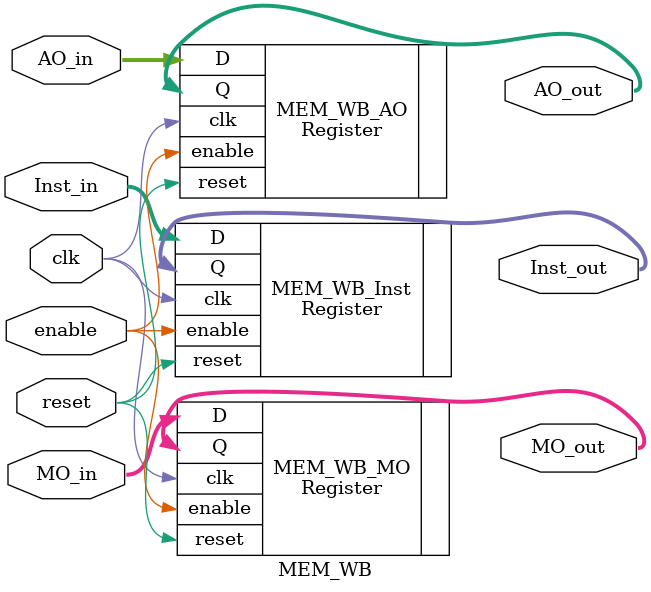
<source format=v>
/*
 * File: MEM_WB.v
 * Pipeline::MEM_WB_register
*/
module MEM_WB (
    input[31:0]     Inst_in,
    input[31:0]     AO_in,
    input[31:0]     MO_in,
    input           clk,
    input           reset,
    input           enable,
    output[31:0]    Inst_out,
    output[31:0]    AO_out,
    output[31:0]    MO_out
);
    Register#(32,0)MEM_WB_Inst(
        .D(Inst_in), .clk(clk), .reset(reset), .enable(enable), .Q(Inst_out)
    );
    Register#(32,0)MEM_WB_AO(
        .D(AO_in), .clk(clk), .reset(reset), .enable(enable), .Q(AO_out)
    );
    Register#(32,0)MEM_WB_MO(
        .D(MO_in), .clk(clk), .reset(reset), .enable(enable), .Q(MO_out)
    );
endmodule
</source>
